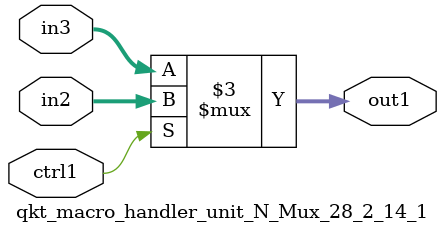
<source format=v>

`timescale 1ps / 1ps


module qkt_macro_handler_unit_N_Mux_28_2_14_1( in3, in2, ctrl1, out1 );

    input [27:0] in3;
    input [27:0] in2;
    input ctrl1;
    output [27:0] out1;
    reg [27:0] out1;

    
    // rtl_process:qkt_macro_handler_unit_N_Mux_28_2_14_1/qkt_macro_handler_unit_N_Mux_28_2_14_1_thread_1
    always @*
      begin : qkt_macro_handler_unit_N_Mux_28_2_14_1_thread_1
        case (ctrl1) 
          1'b1: 
            begin
              out1 = in2;
            end
          default: 
            begin
              out1 = in3;
            end
        endcase
      end

endmodule



</source>
